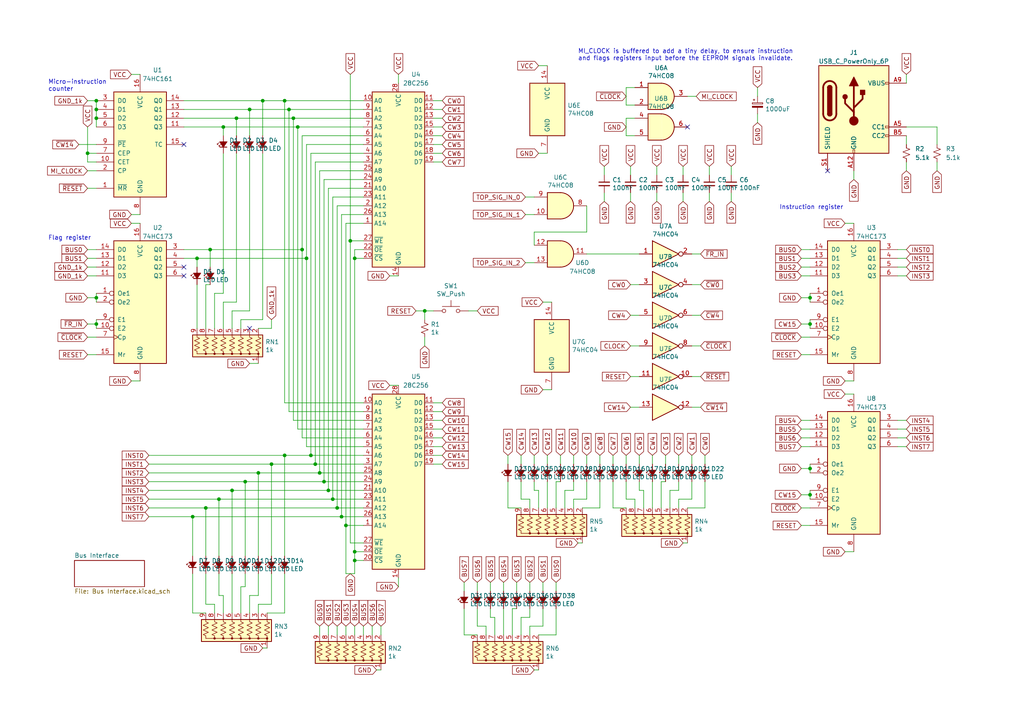
<source format=kicad_sch>
(kicad_sch (version 20230121) (generator eeschema)
  (paper "A4")
  (junction (at 55.88 149.86))
  (junction (at 102.87 74.93))
  (junction (at 27.94 34.29))
  (junction (at 97.79 147.32))
  (junction (at 234.95 135.89))
  (junction (at 71.12 139.7))
  (junction (at 86.36 36.83))
  (junction (at 59.69 147.32))
  (junction (at 90.17 132.08))
  (junction (at 91.44 134.62))
  (junction (at 102.87 160.02))
  (junction (at 88.9 74.93))
  (junction (at 96.52 144.78))
  (junction (at 27.94 93.98))
  (junction (at 102.87 162.56))
  (junction (at 85.09 34.29))
  (junction (at 87.63 72.39))
  (junction (at 234.95 93.98))
  (junction (at 92.71 137.16))
  (junction (at 95.25 142.24))
  (junction (at 83.82 31.75))
  (junction (at 78.74 134.62))
  (junction (at 76.2 29.21))
  (junction (at 234.95 143.51))
  (junction (at 67.31 142.24))
  (junction (at 68.58 34.29))
  (junction (at 74.93 137.16))
  (junction (at 57.15 74.93))
  (junction (at 82.55 132.08))
  (junction (at 72.39 31.75))
  (junction (at 60.96 72.39))
  (junction (at 63.5 144.78))
  (junction (at 25.4 44.45))
  (junction (at 123.19 90.17))
  (junction (at 27.94 29.21))
  (junction (at 27.94 31.75))
  (junction (at 101.6 69.85))
  (junction (at 100.33 152.4))
  (junction (at 234.95 86.36))
  (junction (at 27.94 86.36))
  (junction (at 99.06 149.86))
  (junction (at 64.77 36.83))
  (junction (at 82.55 29.21))
  (junction (at 93.98 139.7))
  (no_connect (at 53.34 77.47))
  (no_connect (at 53.34 41.91))
  (no_connect (at 72.39 95.25))
  (no_connect (at 53.34 80.01))
  (no_connect (at 240.03 49.53))
  (no_connect (at 199.39 36.83))
  (wire (pts (xy 25.4 44.45) (xy 27.94 44.45)))
  (wire (pts (xy 128.27 36.83) (xy 125.73 36.83)))
  (wire (pts (xy 102.87 181.61) (xy 102.87 184.15)))
  (wire (pts (xy 128.27 124.46) (xy 125.73 124.46)))
  (wire (pts (xy 27.94 95.25) (xy 27.94 93.98)))
  (wire (pts (xy 128.27 46.99) (xy 125.73 46.99)))
  (wire (pts (xy 27.94 29.21) (xy 27.94 31.75)))
  (wire (pts (xy 69.85 92.71) (xy 76.2 92.71)))
  (wire (pts (xy 71.12 170.18) (xy 69.85 170.18)))
  (wire (pts (xy 170.18 73.66) (xy 185.42 73.66)))
  (wire (pts (xy 182.88 109.22) (xy 185.42 109.22)))
  (wire (pts (xy 143.51 179.07) (xy 142.24 179.07)))
  (wire (pts (xy 198.12 58.42) (xy 198.12 55.88)))
  (wire (pts (xy 25.4 44.45) (xy 25.4 36.83)))
  (wire (pts (xy 74.93 175.26) (xy 74.93 177.8)))
  (wire (pts (xy 140.97 181.61) (xy 140.97 184.15)))
  (wire (pts (xy 25.4 77.47) (xy 27.94 77.47)))
  (wire (pts (xy 64.77 36.83) (xy 86.36 36.83)))
  (wire (pts (xy 92.71 49.53) (xy 92.71 137.16)))
  (wire (pts (xy 232.41 74.93) (xy 234.95 74.93)))
  (wire (pts (xy 105.41 44.45) (xy 90.17 44.45)))
  (wire (pts (xy 101.6 69.85) (xy 101.6 157.48)))
  (wire (pts (xy 105.41 54.61) (xy 95.25 54.61)))
  (wire (pts (xy 196.85 139.7) (xy 196.85 142.24)))
  (wire (pts (xy 55.88 177.8) (xy 59.69 177.8)))
  (wire (pts (xy 115.57 170.18) (xy 115.57 167.64)))
  (wire (pts (xy 151.13 139.7) (xy 151.13 144.78)))
  (wire (pts (xy 161.29 171.45) (xy 161.29 168.91)))
  (wire (pts (xy 203.2 91.44) (xy 200.66 91.44)))
  (wire (pts (xy 68.58 44.45) (xy 68.58 87.63)))
  (wire (pts (xy 163.83 142.24) (xy 163.83 147.32)))
  (wire (pts (xy 201.93 27.94) (xy 199.39 27.94)))
  (wire (pts (xy 105.41 129.54) (xy 88.9 129.54)))
  (wire (pts (xy 67.31 142.24) (xy 95.25 142.24)))
  (wire (pts (xy 123.19 90.17) (xy 123.19 92.71)))
  (wire (pts (xy 105.41 74.93) (xy 102.87 74.93)))
  (wire (pts (xy 93.98 52.07) (xy 105.41 52.07)))
  (wire (pts (xy 245.11 64.77) (xy 247.65 64.77)))
  (wire (pts (xy 262.89 72.39) (xy 260.35 72.39)))
  (wire (pts (xy 105.41 116.84) (xy 82.55 116.84)))
  (wire (pts (xy 175.26 50.8) (xy 175.26 48.26)))
  (wire (pts (xy 262.89 36.83) (xy 271.78 36.83)))
  (wire (pts (xy 191.77 139.7) (xy 191.77 147.32)))
  (wire (pts (xy 219.71 27.94) (xy 219.71 25.4)))
  (wire (pts (xy 82.55 29.21) (xy 82.55 116.84)))
  (wire (pts (xy 105.41 64.77) (xy 100.33 64.77)))
  (wire (pts (xy 128.27 129.54) (xy 125.73 129.54)))
  (wire (pts (xy 100.33 152.4) (xy 105.41 152.4)))
  (wire (pts (xy 99.06 62.23) (xy 99.06 149.86)))
  (wire (pts (xy 71.12 166.37) (xy 71.12 170.18)))
  (wire (pts (xy 189.23 134.62) (xy 189.23 132.08)))
  (wire (pts (xy 181.61 25.4) (xy 181.61 30.48)))
  (wire (pts (xy 72.39 31.75) (xy 83.82 31.75)))
  (wire (pts (xy 25.4 72.39) (xy 27.94 72.39)))
  (wire (pts (xy 69.85 170.18) (xy 69.85 177.8)))
  (wire (pts (xy 95.25 181.61) (xy 95.25 184.15)))
  (wire (pts (xy 232.41 127) (xy 234.95 127)))
  (wire (pts (xy 260.35 74.93) (xy 262.89 74.93)))
  (wire (pts (xy 200.66 134.62) (xy 200.66 132.08)))
  (wire (pts (xy 74.93 166.37) (xy 74.93 172.72)))
  (wire (pts (xy 43.18 144.78) (xy 63.5 144.78)))
  (wire (pts (xy 156.21 44.45) (xy 158.75 44.45)))
  (wire (pts (xy 105.41 124.46) (xy 86.36 124.46)))
  (wire (pts (xy 170.18 67.31) (xy 154.94 67.31)))
  (wire (pts (xy 67.31 166.37) (xy 67.31 177.8)))
  (wire (pts (xy 149.86 171.45) (xy 149.86 168.91)))
  (wire (pts (xy 78.74 95.25) (xy 78.74 92.71)))
  (wire (pts (xy 177.8 147.32) (xy 181.61 147.32)))
  (wire (pts (xy 161.29 184.15) (xy 156.21 184.15)))
  (wire (pts (xy 92.71 181.61) (xy 92.71 184.15)))
  (wire (pts (xy 185.42 134.62) (xy 185.42 132.08)))
  (wire (pts (xy 25.4 97.79) (xy 27.94 97.79)))
  (wire (pts (xy 260.35 80.01) (xy 262.89 80.01)))
  (wire (pts (xy 128.27 44.45) (xy 125.73 44.45)))
  (wire (pts (xy 138.43 181.61) (xy 140.97 181.61)))
  (wire (pts (xy 203.2 82.55) (xy 200.66 82.55)))
  (wire (pts (xy 72.39 105.41) (xy 74.93 105.41)))
  (wire (pts (xy 153.67 144.78) (xy 153.67 147.32)))
  (wire (pts (xy 181.61 34.29) (xy 184.15 34.29)))
  (wire (pts (xy 97.79 181.61) (xy 97.79 184.15)))
  (wire (pts (xy 205.74 50.8) (xy 205.74 48.26)))
  (wire (pts (xy 82.55 177.8) (xy 77.47 177.8)))
  (wire (pts (xy 234.95 85.09) (xy 234.95 86.36)))
  (wire (pts (xy 198.12 157.48) (xy 199.39 157.48)))
  (wire (pts (xy 71.12 139.7) (xy 71.12 161.29)))
  (wire (pts (xy 152.4 57.15) (xy 154.94 57.15)))
  (wire (pts (xy 105.41 181.61) (xy 105.41 184.15)))
  (wire (pts (xy 181.61 30.48) (xy 184.15 30.48)))
  (wire (pts (xy 181.61 34.29) (xy 181.61 39.37)))
  (wire (pts (xy 157.48 87.63) (xy 160.02 87.63)))
  (wire (pts (xy 110.49 181.61) (xy 110.49 184.15)))
  (wire (pts (xy 170.18 59.69) (xy 170.18 67.31)))
  (wire (pts (xy 55.88 166.37) (xy 55.88 177.8)))
  (wire (pts (xy 167.64 157.48) (xy 168.91 157.48)))
  (wire (pts (xy 232.41 152.4) (xy 234.95 152.4)))
  (wire (pts (xy 38.1 21.59) (xy 40.64 21.59)))
  (wire (pts (xy 91.44 46.99) (xy 91.44 134.62)))
  (wire (pts (xy 212.09 58.42) (xy 212.09 55.88)))
  (wire (pts (xy 62.23 175.26) (xy 62.23 177.8)))
  (wire (pts (xy 25.4 86.36) (xy 27.94 86.36)))
  (wire (pts (xy 128.27 29.21) (xy 125.73 29.21)))
  (wire (pts (xy 87.63 72.39) (xy 87.63 127)))
  (wire (pts (xy 43.18 147.32) (xy 59.69 147.32)))
  (wire (pts (xy 232.41 72.39) (xy 234.95 72.39)))
  (wire (pts (xy 173.99 147.32) (xy 168.91 147.32)))
  (wire (pts (xy 105.41 160.02) (xy 102.87 160.02)))
  (wire (pts (xy 203.2 100.33) (xy 200.66 100.33)))
  (wire (pts (xy 147.32 147.32) (xy 151.13 147.32)))
  (wire (pts (xy 170.18 134.62) (xy 170.18 132.08)))
  (wire (pts (xy 198.12 50.8) (xy 198.12 48.26)))
  (wire (pts (xy 204.47 139.7) (xy 204.47 147.32)))
  (wire (pts (xy 92.71 137.16) (xy 74.93 137.16)))
  (wire (pts (xy 82.55 132.08) (xy 90.17 132.08)))
  (wire (pts (xy 93.98 52.07) (xy 93.98 139.7)))
  (wire (pts (xy 186.69 142.24) (xy 185.42 142.24)))
  (wire (pts (xy 234.95 134.62) (xy 234.95 135.89)))
  (wire (pts (xy 105.41 144.78) (xy 96.52 144.78)))
  (wire (pts (xy 55.88 149.86) (xy 99.06 149.86)))
  (wire (pts (xy 74.93 95.25) (xy 78.74 95.25)))
  (wire (pts (xy 105.41 157.48) (xy 101.6 157.48)))
  (wire (pts (xy 173.99 134.62) (xy 173.99 132.08)))
  (wire (pts (xy 190.5 58.42) (xy 190.5 55.88)))
  (wire (pts (xy 166.37 134.62) (xy 166.37 132.08)))
  (wire (pts (xy 95.25 142.24) (xy 105.41 142.24)))
  (wire (pts (xy 151.13 134.62) (xy 151.13 132.08)))
  (wire (pts (xy 162.56 134.62) (xy 162.56 132.08)))
  (wire (pts (xy 69.85 95.25) (xy 69.85 92.71)))
  (wire (pts (xy 43.18 139.7) (xy 71.12 139.7)))
  (wire (pts (xy 27.94 86.36) (xy 27.94 85.09)))
  (wire (pts (xy 100.33 166.37) (xy 102.87 166.37)))
  (wire (pts (xy 260.35 124.46) (xy 262.89 124.46)))
  (wire (pts (xy 232.41 124.46) (xy 234.95 124.46)))
  (wire (pts (xy 138.43 176.53) (xy 138.43 181.61)))
  (wire (pts (xy 186.69 147.32) (xy 186.69 142.24)))
  (wire (pts (xy 152.4 62.23) (xy 154.94 62.23)))
  (wire (pts (xy 200.66 139.7) (xy 200.66 144.78)))
  (wire (pts (xy 25.4 54.61) (xy 27.94 54.61)))
  (wire (pts (xy 88.9 41.91) (xy 105.41 41.91)))
  (wire (pts (xy 97.79 59.69) (xy 97.79 147.32)))
  (wire (pts (xy 181.61 134.62) (xy 181.61 132.08)))
  (wire (pts (xy 120.65 90.17) (xy 123.19 90.17)))
  (wire (pts (xy 95.25 54.61) (xy 95.25 142.24)))
  (wire (pts (xy 22.86 41.91) (xy 27.94 41.91)))
  (wire (pts (xy 262.89 46.99) (xy 262.89 49.53)))
  (wire (pts (xy 154.94 139.7) (xy 154.94 142.24)))
  (wire (pts (xy 78.74 166.37) (xy 78.74 175.26)))
  (wire (pts (xy 53.34 34.29) (xy 68.58 34.29)))
  (wire (pts (xy 182.88 82.55) (xy 185.42 82.55)))
  (wire (pts (xy 63.5 144.78) (xy 63.5 161.29)))
  (wire (pts (xy 128.27 121.92) (xy 125.73 121.92)))
  (wire (pts (xy 190.5 50.8) (xy 190.5 48.26)))
  (wire (pts (xy 105.41 49.53) (xy 92.71 49.53)))
  (wire (pts (xy 166.37 142.24) (xy 163.83 142.24)))
  (wire (pts (xy 87.63 39.37) (xy 105.41 39.37)))
  (wire (pts (xy 83.82 31.75) (xy 83.82 119.38)))
  (wire (pts (xy 113.03 80.01) (xy 115.57 80.01)))
  (wire (pts (xy 43.18 132.08) (xy 82.55 132.08)))
  (wire (pts (xy 25.4 44.45) (xy 25.4 46.99)))
  (wire (pts (xy 182.88 50.8) (xy 182.88 48.26)))
  (wire (pts (xy 247.65 52.07) (xy 247.65 49.53)))
  (wire (pts (xy 128.27 34.29) (xy 125.73 34.29)))
  (wire (pts (xy 151.13 144.78) (xy 153.67 144.78)))
  (wire (pts (xy 64.77 172.72) (xy 63.5 172.72)))
  (wire (pts (xy 181.61 139.7) (xy 181.61 144.78)))
  (wire (pts (xy 142.24 176.53) (xy 142.24 179.07)))
  (wire (pts (xy 128.27 39.37) (xy 125.73 39.37)))
  (wire (pts (xy 166.37 139.7) (xy 166.37 142.24)))
  (wire (pts (xy 100.33 152.4) (xy 100.33 166.37)))
  (wire (pts (xy 182.88 91.44) (xy 185.42 91.44)))
  (wire (pts (xy 43.18 149.86) (xy 55.88 149.86)))
  (wire (pts (xy 72.39 44.45) (xy 72.39 90.17)))
  (wire (pts (xy 96.52 57.15) (xy 105.41 57.15)))
  (wire (pts (xy 64.77 44.45) (xy 64.77 85.09)))
  (wire (pts (xy 74.93 137.16) (xy 74.93 161.29)))
  (wire (pts (xy 102.87 74.93) (xy 102.87 160.02)))
  (wire (pts (xy 196.85 144.78) (xy 196.85 147.32)))
  (wire (pts (xy 27.94 31.75) (xy 27.94 34.29)))
  (wire (pts (xy 38.1 110.49) (xy 40.64 110.49)))
  (wire (pts (xy 60.96 82.55) (xy 59.69 82.55)))
  (wire (pts (xy 262.89 21.59) (xy 262.89 24.13)))
  (wire (pts (xy 88.9 74.93) (xy 88.9 129.54)))
  (wire (pts (xy 154.94 67.31) (xy 154.94 71.12)))
  (wire (pts (xy 245.11 114.3) (xy 247.65 114.3)))
  (wire (pts (xy 105.41 62.23) (xy 99.06 62.23)))
  (wire (pts (xy 107.95 181.61) (xy 107.95 184.15)))
  (wire (pts (xy 63.5 166.37) (xy 63.5 172.72)))
  (wire (pts (xy 156.21 19.05) (xy 158.75 19.05)))
  (wire (pts (xy 64.77 95.25) (xy 64.77 87.63)))
  (wire (pts (xy 72.39 39.37) (xy 72.39 31.75)))
  (wire (pts (xy 203.2 118.11) (xy 200.66 118.11)))
  (wire (pts (xy 245.11 110.49) (xy 247.65 110.49)))
  (wire (pts (xy 67.31 90.17) (xy 67.31 95.25)))
  (wire (pts (xy 181.61 25.4) (xy 184.15 25.4)))
  (wire (pts (xy 262.89 39.37) (xy 262.89 41.91)))
  (wire (pts (xy 154.94 134.62) (xy 154.94 132.08)))
  (wire (pts (xy 59.69 175.26) (xy 62.23 175.26)))
  (wire (pts (xy 85.09 34.29) (xy 105.41 34.29)))
  (wire (pts (xy 82.55 29.21) (xy 105.41 29.21)))
  (wire (pts (xy 154.94 76.2) (xy 152.4 76.2)))
  (wire (pts (xy 232.41 97.79) (xy 234.95 97.79)))
  (wire (pts (xy 76.2 44.45) (xy 76.2 92.71)))
  (wire (pts (xy 157.48 176.53) (xy 157.48 181.61)))
  (wire (pts (xy 101.6 69.85) (xy 105.41 69.85)))
  (wire (pts (xy 68.58 34.29) (xy 85.09 34.29)))
  (wire (pts (xy 232.41 143.51) (xy 234.95 143.51)))
  (wire (pts (xy 102.87 72.39) (xy 102.87 74.93)))
  (wire (pts (xy 142.24 171.45) (xy 142.24 168.91)))
  (wire (pts (xy 260.35 121.92) (xy 262.89 121.92)))
  (wire (pts (xy 102.87 162.56) (xy 102.87 166.37)))
  (wire (pts (xy 105.41 162.56) (xy 102.87 162.56)))
  (wire (pts (xy 204.47 134.62) (xy 204.47 132.08)))
  (wire (pts (xy 105.41 121.92) (xy 85.09 121.92)))
  (wire (pts (xy 234.95 142.24) (xy 234.95 143.51)))
  (wire (pts (xy 173.99 139.7) (xy 173.99 147.32)))
  (wire (pts (xy 234.95 92.71) (xy 234.95 93.98)))
  (wire (pts (xy 74.93 172.72) (xy 72.39 172.72)))
  (wire (pts (xy 161.29 176.53) (xy 161.29 184.15)))
  (wire (pts (xy 57.15 74.93) (xy 88.9 74.93)))
  (wire (pts (xy 182.88 58.42) (xy 182.88 55.88)))
  (wire (pts (xy 203.2 73.66) (xy 200.66 73.66)))
  (wire (pts (xy 78.74 175.26) (xy 74.93 175.26)))
  (wire (pts (xy 92.71 137.16) (xy 105.41 137.16)))
  (wire (pts (xy 43.18 137.16) (xy 74.93 137.16)))
  (wire (pts (xy 138.43 171.45) (xy 138.43 168.91)))
  (wire (pts (xy 76.2 187.96) (xy 77.47 187.96)))
  (wire (pts (xy 82.55 166.37) (xy 82.55 177.8)))
  (wire (pts (xy 85.09 34.29) (xy 85.09 121.92)))
  (wire (pts (xy 62.23 85.09) (xy 64.77 85.09)))
  (wire (pts (xy 83.82 119.38) (xy 105.41 119.38)))
  (wire (pts (xy 147.32 139.7) (xy 147.32 147.32)))
  (wire (pts (xy 143.51 184.15) (xy 143.51 179.07)))
  (wire (pts (xy 161.29 139.7) (xy 161.29 147.32)))
  (wire (pts (xy 128.27 132.08) (xy 125.73 132.08)))
  (wire (pts (xy 162.56 139.7) (xy 161.29 139.7)))
  (wire (pts (xy 102.87 160.02) (xy 102.87 162.56)))
  (wire (pts (xy 232.41 129.54) (xy 234.95 129.54)))
  (wire (pts (xy 153.67 179.07) (xy 151.13 179.07)))
  (wire (pts (xy 232.41 121.92) (xy 234.95 121.92)))
  (wire (pts (xy 153.67 171.45) (xy 153.67 168.91)))
  (wire (pts (xy 99.06 149.86) (xy 105.41 149.86)))
  (wire (pts (xy 27.94 93.98) (xy 27.94 92.71)))
  (wire (pts (xy 62.23 95.25) (xy 62.23 85.09)))
  (wire (pts (xy 43.18 142.24) (xy 67.31 142.24)))
  (wire (pts (xy 177.8 134.62) (xy 177.8 132.08)))
  (wire (pts (xy 153.67 176.53) (xy 153.67 179.07)))
  (wire (pts (xy 82.55 132.08) (xy 82.55 161.29)))
  (wire (pts (xy 181.61 39.37) (xy 184.15 39.37)))
  (wire (pts (xy 134.62 171.45) (xy 134.62 168.91)))
  (wire (pts (xy 57.15 82.55) (xy 57.15 95.25)))
  (wire (pts (xy 78.74 134.62) (xy 78.74 161.29)))
  (wire (pts (xy 170.18 144.78) (xy 166.37 144.78)))
  (wire (pts (xy 170.18 139.7) (xy 170.18 144.78)))
  (wire (pts (xy 151.13 179.07) (xy 151.13 184.15)))
  (wire (pts (xy 175.26 58.42) (xy 175.26 55.88)))
  (wire (pts (xy 271.78 36.83) (xy 271.78 41.91)))
  (wire (pts (xy 134.62 184.15) (xy 138.43 184.15)))
  (wire (pts (xy 245.11 160.02) (xy 247.65 160.02)))
  (wire (pts (xy 148.59 176.53) (xy 148.59 184.15)))
  (wire (pts (xy 181.61 144.78) (xy 184.15 144.78)))
  (wire (pts (xy 260.35 127) (xy 262.89 127)))
  (wire (pts (xy 232.41 135.89) (xy 234.95 135.89)))
  (wire (pts (xy 193.04 139.7) (xy 191.77 139.7)))
  (wire (pts (xy 184.15 144.78) (xy 184.15 147.32)))
  (wire (pts (xy 97.79 147.32) (xy 105.41 147.32)))
  (wire (pts (xy 212.09 50.8) (xy 212.09 48.26)))
  (wire (pts (xy 232.41 102.87) (xy 234.95 102.87)))
  (wire (pts (xy 76.2 29.21) (xy 82.55 29.21)))
  (wire (pts (xy 43.18 134.62) (xy 78.74 134.62)))
  (wire (pts (xy 157.48 171.45) (xy 157.48 168.91)))
  (wire (pts (xy 196.85 134.62) (xy 196.85 132.08)))
  (wire (pts (xy 157.48 181.61) (xy 153.67 181.61)))
  (wire (pts (xy 194.31 142.24) (xy 194.31 147.32)))
  (wire (pts (xy 109.22 194.31) (xy 110.49 194.31)))
  (wire (pts (xy 234.95 135.89) (xy 234.95 137.16)))
  (wire (pts (xy 53.34 31.75) (xy 72.39 31.75)))
  (wire (pts (xy 63.5 144.78) (xy 96.52 144.78)))
  (wire (pts (xy 128.27 31.75) (xy 125.73 31.75)))
  (wire (pts (xy 153.67 181.61) (xy 153.67 184.15)))
  (wire (pts (xy 25.4 29.21) (xy 27.94 29.21)))
  (wire (pts (xy 146.05 176.53) (xy 146.05 184.15)))
  (wire (pts (xy 260.35 129.54) (xy 262.89 129.54)))
  (wire (pts (xy 234.95 86.36) (xy 234.95 87.63)))
  (wire (pts (xy 105.41 72.39) (xy 102.87 72.39)))
  (wire (pts (xy 105.41 134.62) (xy 91.44 134.62)))
  (wire (pts (xy 182.88 100.33) (xy 185.42 100.33)))
  (wire (pts (xy 59.69 82.55) (xy 59.69 95.25)))
  (wire (pts (xy 64.77 39.37) (xy 64.77 36.83)))
  (wire (pts (xy 53.34 36.83) (xy 64.77 36.83)))
  (wire (pts (xy 146.05 171.45) (xy 146.05 168.91)))
  (wire (pts (xy 123.19 100.33) (xy 123.19 97.79)))
  (wire (pts (xy 260.35 77.47) (xy 262.89 77.47)))
  (wire (pts (xy 25.4 46.99) (xy 27.94 46.99)))
  (wire (pts (xy 90.17 132.08) (xy 105.41 132.08)))
  (wire (pts (xy 196.85 142.24) (xy 194.31 142.24)))
  (wire (pts (xy 128.27 41.91) (xy 125.73 41.91)))
  (wire (pts (xy 86.36 36.83) (xy 86.36 124.46)))
  (wire (pts (xy 147.32 134.62) (xy 147.32 132.08)))
  (wire (pts (xy 78.74 134.62) (xy 91.44 134.62)))
  (wire (pts (xy 90.17 44.45) (xy 90.17 132.08)))
  (wire (pts (xy 71.12 139.7) (xy 93.98 139.7)))
  (wire (pts (xy 203.2 109.22) (xy 200.66 109.22)))
  (wire (pts (xy 232.41 77.47) (xy 234.95 77.47)))
  (wire (pts (xy 105.41 127) (xy 87.63 127)))
  (wire (pts (xy 123.19 90.17) (xy 125.73 90.17)))
  (wire (pts (xy 105.41 31.75) (xy 83.82 31.75)))
  (wire (pts (xy 55.88 149.86) (xy 55.88 161.29)))
  (wire (pts (xy 157.48 113.03) (xy 160.02 113.03)))
  (wire (pts (xy 27.94 49.53) (xy 25.4 49.53)))
  (wire (pts (xy 185.42 139.7) (xy 185.42 142.24)))
  (wire (pts (xy 271.78 46.99) (xy 271.78 49.53)))
  (wire (pts (xy 156.21 147.32) (xy 156.21 142.24)))
  (wire (pts (xy 64.77 177.8) (xy 64.77 172.72)))
  (wire (pts (xy 88.9 41.91) (xy 88.9 74.93)))
  (wire (pts (xy 182.88 118.11) (xy 185.42 118.11)))
  (wire (pts (xy 27.94 87.63) (xy 27.94 86.36)))
  (wire (pts (xy 154.94 194.31) (xy 156.21 194.31)))
  (wire (pts (xy 115.57 21.59) (xy 115.57 24.13)))
  (wire (pts (xy 128.27 119.38) (xy 125.73 119.38)))
  (wire (pts (xy 234.95 93.98) (xy 234.95 95.25)))
  (wire (pts (xy 53.34 74.93) (xy 57.15 74.93)))
  (wire (pts (xy 113.03 111.76) (xy 115.57 111.76)))
  (wire (pts (xy 76.2 39.37) (xy 76.2 29.21)))
  (wire (pts (xy 91.44 46.99) (xy 105.41 46.99)))
  (wire (pts (xy 60.96 72.39) (xy 87.63 72.39)))
  (wire (pts (xy 59.69 166.37) (xy 59.69 175.26)))
  (wire (pts (xy 138.43 90.17) (xy 135.89 90.17)))
  (wire (pts (xy 234.95 143.51) (xy 234.95 144.78)))
  (wire (pts (xy 134.62 176.53) (xy 134.62 184.15)))
  (wire (pts (xy 53.34 72.39) (xy 60.96 72.39)))
  (wire (pts (xy 25.4 74.93) (xy 27.94 74.93)))
  (wire (pts (xy 25.4 80.01) (xy 27.94 80.01)))
  (wire (pts (xy 96.52 57.15) (xy 96.52 144.78)))
  (wire (pts (xy 205.74 58.42) (xy 205.74 55.88)))
  (wire (pts (xy 166.37 144.78) (xy 166.37 147.32)))
  (wire (pts (xy 67.31 142.24) (xy 67.31 161.29)))
  (wire (pts (xy 177.8 139.7) (xy 177.8 147.32)))
  (wire (pts (xy 105.41 139.7) (xy 93.98 139.7)))
  (wire (pts (xy 60.96 72.39) (xy 60.96 77.47)))
  (wire (pts (xy 232.41 86.36) (xy 234.95 86.36)))
  (wire (pts (xy 27.94 93.98) (xy 25.4 93.98)))
  (wire (pts (xy 149.86 176.53) (xy 148.59 176.53)))
  (wire (pts (xy 128.27 116.84) (xy 125.73 116.84)))
  (wire (pts (xy 156.21 142.24) (xy 154.94 142.24)))
  (wire (pts (xy 100.33 181.61) (xy 100.33 184.15)))
  (wire (pts (xy 38.1 64.77) (xy 40.64 64.77)))
  (wire (pts (xy 72.39 90.17) (xy 67.31 90.17)))
  (wire (pts (xy 64.77 87.63) (xy 68.58 87.63)))
  (wire (pts (xy 59.69 147.32) (xy 97.79 147.32)))
  (wire (pts (xy 68.58 34.29) (xy 68.58 39.37)))
  (wire (pts (xy 101.6 69.85) (xy 101.6 21.59)))
  (wire (pts (xy 189.23 139.7) (xy 189.23 147.32)))
  (wire (pts (xy 87.63 39.37) (xy 87.63 72.39)))
  (wire (pts (xy 158.75 139.7) (xy 158.75 147.32)))
  (wire (pts (xy 27.94 34.29) (xy 27.94 36.83)))
  (wire (pts (xy 128.27 134.62) (xy 125.73 134.62)))
  (wire (pts (xy 86.36 36.83) (xy 105.41 36.83)))
  (wire (pts (xy 105.41 59.69) (xy 97.79 59.69)))
  (wire (pts (xy 72.39 172.72) (xy 72.39 177.8)))
  (wire (pts (xy 100.33 64.77) (xy 100.33 152.4)))
  (wire (pts (xy 204.47 147.32) (xy 199.39 147.32)))
  (wire (pts (xy 232.41 93.98) (xy 234.95 93.98)))
  (wire (pts (xy 128.27 127) (xy 125.73 127)))
  (wire (pts (xy 200.66 144.78) (xy 196.85 144.78)))
  (wire (pts (xy 158.75 134.62) (xy 158.75 132.08)))
  (wire (pts (xy 38.1 62.23) (xy 40.64 62.23)))
  (wire (pts (xy 219.71 35.56) (xy 219.71 33.02)))
  (wire (pts (xy 57.15 74.93) (xy 57.15 77.47)))
  (wire (pts (xy 59.69 147.32) (xy 59.69 161.29)))
  (wire (pts (xy 53.34 29.21) (xy 76.2 29.21)))
  (wire (pts (xy 232.41 147.32) (xy 234.95 147.32)))
  (wire (pts (xy 232.41 80.01) (xy 234.95 80.01)))
  (wire (pts (xy 25.4 102.87) (xy 27.94 102.87)))
  (wire (pts (xy 193.04 134.62) (xy 193.04 132.08)))
  (text "Micro-instruction\ncounter" (at 13.97 26.67 0) (effects (font (size 1.27 1.27)) (justify left bottom)))
  (text "MI_CLOCK is buffered to add a tiny delay, to ensure instruction\nand flags registers input before the EEPROM signals invalidate." (at 167.64 17.78 0) (effects (font (size 1.27 1.27)) (justify left bottom)))
  (text "Flag register" (at 13.97 69.85 0) (effects (font (size 1.27 1.27)) (justify left bottom)))
  (text "Instruction register" (at 226.06 60.96 0) (effects (font (size 1.27 1.27)) (justify left bottom)))
  (global_label "VCC" (shape input) (at 101.6 21.59 90) (property "Intersheetrefs" "${INTERSHEET_REFS}" (effects hide)))
  (global_label "CW6" (shape input) (at 181.61 132.08 90) (property "Intersheetrefs" "${INTERSHEET_REFS}" (effects hide)))
  (global_label "GND" (shape input) (at 181.61 36.83 180) (property "Intersheetrefs" "${INTERSHEET_REFS}" (effects hide)))
  (global_label "CW0" (shape input) (at 182.88 82.55 180) (property "Intersheetrefs" "${INTERSHEET_REFS}" (effects hide)))
  (global_label "CW3" (shape input) (at 193.04 132.08 90) (property "Intersheetrefs" "${INTERSHEET_REFS}" (effects hide)))
  (global_label "CW14" (shape input) (at 182.88 118.11 180) (property "Intersheetrefs" "${INTERSHEET_REFS}" (effects hide)))
  (global_label "VCC" (shape input) (at 262.89 21.59 90) (property "Intersheetrefs" "${INTERSHEET_REFS}" (effects hide)))
  (global_label "BUS7" (shape input) (at 232.41 129.54 180) (property "Intersheetrefs" "${INTERSHEET_REFS}" (effects hide)))
  (global_label "BUS4" (shape input) (at 146.05 168.91 90) (property "Intersheetrefs" "${INTERSHEET_REFS}" (effects hide)))
  (global_label "CW12" (shape input) (at 158.75 132.08 90) (property "Intersheetrefs" "${INTERSHEET_REFS}" (effects hide)))
  (global_label "GND" (shape input) (at 76.2 187.96 180) (property "Intersheetrefs" "${INTERSHEET_REFS}" (effects hide)))
  (global_label "MI_CLOCK" (shape input) (at 201.93 27.94 0) (property "Intersheetrefs" "${INTERSHEET_REFS}" (effects hide)))
  (global_label "GND" (shape input) (at 205.74 58.42 270) (property "Intersheetrefs" "${INTERSHEET_REFS}" (effects hide)))
  (global_label "GND" (shape input) (at 38.1 110.49 180) (property "Intersheetrefs" "${INTERSHEET_REFS}" (effects hide)))
  (global_label "CW10" (shape input) (at 128.27 121.92 0) (property "Intersheetrefs" "${INTERSHEET_REFS}" (effects hide)))
  (global_label "GND" (shape input) (at 232.41 135.89 180) (property "Intersheetrefs" "${INTERSHEET_REFS}" (effects hide)))
  (global_label "~{CLOCK}" (shape input) (at 181.61 27.94 180) (property "Intersheetrefs" "${INTERSHEET_REFS}" (effects hide)))
  (global_label "~{CLOCK}" (shape input) (at 232.41 97.79 180) (property "Intersheetrefs" "${INTERSHEET_REFS}" (effects hide)))
  (global_label "BUS2" (shape input) (at 232.41 77.47 180) (property "Intersheetrefs" "${INTERSHEET_REFS}" (effects hide)))
  (global_label "GND" (shape input) (at 123.19 100.33 270) (property "Intersheetrefs" "${INTERSHEET_REFS}" (effects hide)))
  (global_label "VCC" (shape input) (at 25.4 36.83 90) (property "Intersheetrefs" "${INTERSHEET_REFS}" (effects hide)))
  (global_label "CW4" (shape input) (at 189.23 132.08 90) (property "Intersheetrefs" "${INTERSHEET_REFS}" (effects hide)))
  (global_label "VCC" (shape input) (at 182.88 48.26 90) (property "Intersheetrefs" "${INTERSHEET_REFS}" (effects hide)))
  (global_label "BUS3" (shape input) (at 149.86 168.91 90) (property "Intersheetrefs" "${INTERSHEET_REFS}" (effects hide)))
  (global_label "~{CW0}" (shape input) (at 203.2 82.55 0) (property "Intersheetrefs" "${INTERSHEET_REFS}" (effects hide)))
  (global_label "VCC" (shape input) (at 190.5 48.26 90) (property "Intersheetrefs" "${INTERSHEET_REFS}" (effects hide)))
  (global_label "RESET" (shape input) (at 232.41 102.87 180) (property "Intersheetrefs" "${INTERSHEET_REFS}" (effects hide)))
  (global_label "CW2" (shape input) (at 128.27 34.29 0) (property "Intersheetrefs" "${INTERSHEET_REFS}" (effects hide)))
  (global_label "INST5" (shape input) (at 43.18 144.78 180) (property "Intersheetrefs" "${INTERSHEET_REFS}" (effects hide)))
  (global_label "GND" (shape input) (at 245.11 160.02 180) (property "Intersheetrefs" "${INTERSHEET_REFS}" (effects hide)))
  (global_label "VCC" (shape input) (at 113.03 111.76 180) (property "Intersheetrefs" "${INTERSHEET_REFS}" (effects hide)))
  (global_label "GND" (shape input) (at 115.57 170.18 180) (property "Intersheetrefs" "${INTERSHEET_REFS}" (effects hide)))
  (global_label "RESET" (shape input) (at 120.65 90.17 180) (property "Intersheetrefs" "${INTERSHEET_REFS}" (effects hide)))
  (global_label "BUS3" (shape input) (at 232.41 80.01 180) (property "Intersheetrefs" "${INTERSHEET_REFS}" (effects hide)))
  (global_label "VCC" (shape input) (at 175.26 48.26 90) (property "Intersheetrefs" "${INTERSHEET_REFS}" (effects hide)))
  (global_label "GND" (shape input) (at 182.88 58.42 270) (property "Intersheetrefs" "${INTERSHEET_REFS}" (effects hide)))
  (global_label "GND" (shape input) (at 271.78 49.53 270) (property "Intersheetrefs" "${INTERSHEET_REFS}" (effects hide)))
  (global_label "CW8" (shape input) (at 173.99 132.08 90) (property "Intersheetrefs" "${INTERSHEET_REFS}" (effects hide)))
  (global_label "~{CLOCK}" (shape input) (at 232.41 147.32 180) (property "Intersheetrefs" "${INTERSHEET_REFS}" (effects hide)))
  (global_label "BUS0" (shape input) (at 92.71 181.61 90) (property "Intersheetrefs" "${INTERSHEET_REFS}" (effects hide)))
  (global_label "INST5" (shape input) (at 262.89 124.46 0) (property "Intersheetrefs" "${INTERSHEET_REFS}" (effects hide)))
  (global_label "~{CW14}" (shape input) (at 203.2 118.11 0) (property "Intersheetrefs" "${INTERSHEET_REFS}" (effects hide)))
  (global_label "CW1" (shape input) (at 128.27 31.75 0) (property "Intersheetrefs" "${INTERSHEET_REFS}" (effects hide)))
  (global_label "GND_1k" (shape input) (at 25.4 29.21 180) (property "Intersheetrefs" "${INTERSHEET_REFS}" (effects hide)))
  (global_label "GND" (shape input) (at 212.09 58.42 270) (property "Intersheetrefs" "${INTERSHEET_REFS}" (effects hide)))
  (global_label "VCC" (shape input) (at 205.74 48.26 90) (property "Intersheetrefs" "${INTERSHEET_REFS}" (effects hide)))
  (global_label "BUS5" (shape input) (at 105.41 181.61 90) (property "Intersheetrefs" "${INTERSHEET_REFS}" (effects hide)))
  (global_label "CW6" (shape input) (at 128.27 44.45 0) (property "Intersheetrefs" "${INTERSHEET_REFS}" (effects hide)))
  (global_label "GND" (shape input) (at 245.11 110.49 180) (property "Intersheetrefs" "${INTERSHEET_REFS}" (effects hide)))
  (global_label "CW7" (shape input) (at 128.27 46.99 0) (property "Intersheetrefs" "${INTERSHEET_REFS}" (effects hide)))
  (global_label "INST7" (shape input) (at 43.18 149.86 180) (property "Intersheetrefs" "${INTERSHEET_REFS}" (effects hide)))
  (global_label "~{FR_IN}" (shape input) (at 25.4 93.98 180) (property "Intersheetrefs" "${INTERSHEET_REFS}" (effects hide)))
  (global_label "CW7" (shape input) (at 177.8 132.08 90) (property "Intersheetrefs" "${INTERSHEET_REFS}" (effects hide)))
  (global_label "GND" (shape input) (at 72.39 105.41 180) (property "Intersheetrefs" "${INTERSHEET_REFS}" (effects hide)))
  (global_label "INST0" (shape input) (at 262.89 72.39 0) (property "Intersheetrefs" "${INTERSHEET_REFS}" (effects hide)))
  (global_label "GND" (shape input) (at 262.89 49.53 270) (property "Intersheetrefs" "${INTERSHEET_REFS}" (effects hide)))
  (global_label "VCC" (shape input) (at 138.43 90.17 0) (property "Intersheetrefs" "${INTERSHEET_REFS}" (effects hide)))
  (global_label "CW11" (shape input) (at 128.27 124.46 0) (property "Intersheetrefs" "${INTERSHEET_REFS}" (effects hide)))
  (global_label "CW15" (shape input) (at 128.27 134.62 0) (property "Intersheetrefs" "${INTERSHEET_REFS}" (effects hide)))
  (global_label "BUS4" (shape input) (at 232.41 121.92 180) (property "Intersheetrefs" "${INTERSHEET_REFS}" (effects hide)))
  (global_label "~{RESET}" (shape input) (at 203.2 109.22 0) (property "Intersheetrefs" "${INTERSHEET_REFS}" (effects hide)))
  (global_label "INST6" (shape input) (at 262.89 127 0) (property "Intersheetrefs" "${INTERSHEET_REFS}" (effects hide)))
  (global_label "INST7" (shape input) (at 262.89 129.54 0) (property "Intersheetrefs" "${INTERSHEET_REFS}" (effects hide)))
  (global_label "GND" (shape input) (at 198.12 58.42 270) (property "Intersheetrefs" "${INTERSHEET_REFS}" (effects hide)))
  (global_label "BUS6" (shape input) (at 232.41 127 180) (property "Intersheetrefs" "${INTERSHEET_REFS}" (effects hide)))
  (global_label "GND" (shape input) (at 198.12 157.48 180) (property "Intersheetrefs" "${INTERSHEET_REFS}" (effects hide)))
  (global_label "CW9" (shape input) (at 170.18 132.08 90) (property "Intersheetrefs" "${INTERSHEET_REFS}" (effects hide)))
  (global_label "CW13" (shape input) (at 128.27 129.54 0) (property "Intersheetrefs" "${INTERSHEET_REFS}" (effects hide)))
  (global_label "INST4" (shape input) (at 262.89 121.92 0) (property "Intersheetrefs" "${INTERSHEET_REFS}" (effects hide)))
  (global_label "CW15" (shape input) (at 232.41 93.98 180) (property "Intersheetrefs" "${INTERSHEET_REFS}" (effects hide)))
  (global_label "VCC" (shape input) (at 219.71 25.4 90) (property "Intersheetrefs" "${INTERSHEET_REFS}" (effects hide)))
  (global_label "GND" (shape input) (at 175.26 58.42 270) (property "Intersheetrefs" "${INTERSHEET_REFS}" (effects hide)))
  (global_label "GND" (shape input) (at 113.03 80.01 180) (property "Intersheetrefs" "${INTERSHEET_REFS}" (effects hide)))
  (global_label "GND" (shape input) (at 109.22 194.31 180) (property "Intersheetrefs" "${INTERSHEET_REFS}" (effects hide)))
  (global_label "~{CW4}" (shape input) (at 203.2 91.44 0) (property "Intersheetrefs" "${INTERSHEET_REFS}" (effects hide)))
  (global_label "GND" (shape input) (at 190.5 58.42 270) (property "Intersheetrefs" "${INTERSHEET_REFS}" (effects hide)))
  (global_label "BUS2" (shape input) (at 153.67 168.91 90) (property "Intersheetrefs" "${INTERSHEET_REFS}" (effects hide)))
  (global_label "INST3" (shape input) (at 43.18 139.7 180) (property "Intersheetrefs" "${INTERSHEET_REFS}" (effects hide)))
  (global_label "VCC" (shape input) (at 198.12 48.26 90) (property "Intersheetrefs" "${INTERSHEET_REFS}" (effects hide)))
  (global_label "VCC" (shape input) (at 245.11 114.3 180) (property "Intersheetrefs" "${INTERSHEET_REFS}" (effects hide)))
  (global_label "GND_1k" (shape input) (at 78.74 92.71 90) (property "Intersheetrefs" "${INTERSHEET_REFS}" (effects hide)))
  (global_label "GND" (shape input) (at 25.4 86.36 180) (property "Intersheetrefs" "${INTERSHEET_REFS}" (effects hide)))
  (global_label "CW5" (shape input) (at 185.42 132.08 90) (property "Intersheetrefs" "${INTERSHEET_REFS}" (effects hide)))
  (global_label "VCC" (shape input) (at 157.48 87.63 180) (property "Intersheetrefs" "${INTERSHEET_REFS}" (effects hide)))
  (global_label "VCC" (shape input) (at 38.1 64.77 180) (property "Intersheetrefs" "${INTERSHEET_REFS}" (effects hide)))
  (global_label "BUS1" (shape input) (at 25.4 74.93 180) (property "Intersheetrefs" "${INTERSHEET_REFS}" (effects hide)))
  (global_label "RESET" (shape input) (at 25.4 102.87 180) (property "Intersheetrefs" "${INTERSHEET_REFS}" (effects hide)))
  (global_label "BUS1" (shape input) (at 95.25 181.61 90) (property "Intersheetrefs" "${INTERSHEET_REFS}" (effects hide)))
  (global_label "INST6" (shape input) (at 43.18 147.32 180) (property "Intersheetrefs" "${INTERSHEET_REFS}" (effects hide)))
  (global_label "BUS0" (shape input) (at 232.41 72.39 180) (property "Intersheetrefs" "${INTERSHEET_REFS}" (effects hide)))
  (global_label "BUS1" (shape input) (at 157.48 168.91 90) (property "Intersheetrefs" "${INTERSHEET_REFS}" (effects hide)))
  (global_label "RESET" (shape input) (at 182.88 109.22 180) (property "Intersheetrefs" "${INTERSHEET_REFS}" (effects hide)))
  (global_label "CW12" (shape input) (at 128.27 127 0) (property "Intersheetrefs" "${INTERSHEET_REFS}" (effects hide)))
  (global_label "TOP_SIG_IN_0" (shape input) (at 152.4 57.15 180) (property "Intersheetrefs" "${INTERSHEET_REFS}" (effects hide)))
  (global_label "CLOCK" (shape input) (at 182.88 100.33 180) (property "Intersheetrefs" "${INTERSHEET_REFS}" (effects hide)))
  (global_label "INST1" (shape input) (at 43.18 134.62 180) (property "Intersheetrefs" "${INTERSHEET_REFS}" (effects hide)))
  (global_label "INST2" (shape input) (at 43.18 137.16 180) (property "Intersheetrefs" "${INTERSHEET_REFS}" (effects hide)))
  (global_label "~{CW14}" (shape input) (at 22.86 41.91 180) (property "Intersheetrefs" "${INTERSHEET_REFS}" (effects hide)))
  (global_label "TOP_SIG_IN_1" (shape input) (at 152.4 62.23 180) (property "Intersheetrefs" "${INTERSHEET_REFS}" (effects hide)))
  (global_label "INST1" (shape input) (at 262.89 74.93 0) (property "Intersheetrefs" "${INTERSHEET_REFS}" (effects hide)))
  (global_label "BUS2" (shape input) (at 97.79 181.61 90) (property "Intersheetrefs" "${INTERSHEET_REFS}" (effects hide)))
  (global_label "~{RESET}" (shape input) (at 25.4 54.61 180) (property "Intersheetrefs" "${INTERSHEET_REFS}" (effects hide)))
  (global_label "BUS4" (shape input) (at 102.87 181.61 90) (property "Intersheetrefs" "${INTERSHEET_REFS}" (effects hide)))
  (global_label "CW15" (shape input) (at 147.32 132.08 90) (property "Intersheetrefs" "${INTERSHEET_REFS}" (effects hide)))
  (global_label "CW15" (shape input) (at 232.41 143.51 180) (property "Intersheetrefs" "${INTERSHEET_REFS}" (effects hide)))
  (global_label "GND" (shape input) (at 154.94 194.31 180) (property "Intersheetrefs" "${INTERSHEET_REFS}" (effects hide)))
  (global_label "GND" (shape input) (at 156.21 44.45 180) (property "Intersheetrefs" "${INTERSHEET_REFS}" (effects hide)))
  (global_label "VCC" (shape input) (at 245.11 64.77 180) (property "Intersheetrefs" "${INTERSHEET_REFS}" (effects hide)))
  (global_label "BUS6" (shape input) (at 138.43 168.91 90) (property "Intersheetrefs" "${INTERSHEET_REFS}" (effects hide)))
  (global_label "INST2" (shape input) (at 262.89 77.47 0) (property "Intersheetrefs" "${INTERSHEET_REFS}" (effects hide)))
  (global_label "CW14" (shape input) (at 151.13 132.08 90) (property "Intersheetrefs" "${INTERSHEET_REFS}" (effects hide)))
  (global_label "CW0" (shape input) (at 128.27 29.21 0) (property "Intersheetrefs" "${INTERSHEET_REFS}" (effects hide)))
  (global_label "VCC" (shape input) (at 212.09 48.26 90) (property "Intersheetrefs" "${INTERSHEET_REFS}" (effects hide)))
  (global_label "INST3" (shape input) (at 262.89 80.01 0) (property "Intersheetrefs" "${INTERSHEET_REFS}" (effects hide)))
  (global_label "CW14" (shape input) (at 128.27 132.08 0) (property "Intersheetrefs" "${INTERSHEET_REFS}" (effects hide)))
  (global_label "CW1" (shape input) (at 200.66 132.08 90) (property "Intersheetrefs" "${INTERSHEET_REFS}" (effects hide)))
  (global_label "CW11" (shape input) (at 162.56 132.08 90) (property "Intersheetrefs" "${INTERSHEET_REFS}" (effects hide)))
  (global_label "~{FR_IN}" (shape input) (at 203.2 73.66 0) (property "Intersheetrefs" "${INTERSHEET_REFS}" (effects hide)))
  (global_label "CW5" (shape input) (at 128.27 41.91 0) (property "Intersheetrefs" "${INTERSHEET_REFS}" (effects hide)))
  (global_label "CW13" (shape input) (at 154.94 132.08 90) (property "Intersheetrefs" "${INTERSHEET_REFS}" (effects hide)))
  (global_label "VCC" (shape input) (at 156.21 19.05 180) (property "Intersheetrefs" "${INTERSHEET_REFS}" (effects hide)))
  (global_label "BUS7" (shape input) (at 110.49 181.61 90) (property "Intersheetrefs" "${INTERSHEET_REFS}" (effects hide)))
  (global_label "CW2" (shape input) (at 196.85 132.08 90) (property "Intersheetrefs" "${INTERSHEET_REFS}" (effects hide)))
  (global_label "BUS1" (shape input) (at 232.41 74.93 180) (property "Intersheetrefs" "${INTERSHEET_REFS}" (effects hide)))
  (global_label "GND" (shape input) (at 232.41 86.36 180) (property "Intersheetrefs" "${INTERSHEET_REFS}" (effects hide)))
  (global_label "CW0" (shape input) (at 204.47 132.08 90) (property "Intersheetrefs" "${INTERSHEET_REFS}" (effects hide)))
  (global_label "MI_CLOCK" (shape input) (at 25.4 49.53 180) (property "Intersheetrefs" "${INTERSHEET_REFS}" (effects hide)))
  (global_label "BUS0" (shape input) (at 25.4 72.39 180) (property "Intersheetrefs" "${INTERSHEET_REFS}" (effects hide)))
  (global_label "GND_1k" (shape input) (at 25.4 80.01 180) (property "Intersheetrefs" "${INTERSHEET_REFS}" (effects hide)))
  (global_label "GND" (shape input) (at 167.64 157.48 180) (property "Intersheetrefs" "${INTERSHEET_REFS}" (effects hide)))
  (global_label "CW9" (shape input) (at 128.27 119.38 0) (property "Intersheetrefs" "${INTERSHEET_REFS}" (effects hide)))
  (global_label "BUS6" (shape input) (at 107.95 181.61 90) (property "Intersheetrefs" "${INTERSHEET_REFS}" (effects hide)))
  (global_label "CW4" (shape input) (at 182.88 91.44 180) (property "Intersheetrefs" "${INTERSHEET_REFS}" (effects hide)))
  (global_label "VCC" (shape input) (at 115.57 21.59 90) (property "Intersheetrefs" "${INTERSHEET_REFS}" (effects hide)))
  (global_label "CW10" (shape input) (at 166.37 132.08 90) (property "Intersheetrefs" "${INTERSHEET_REFS}" (effects hide)))
  (global_label "BUS3" (shape input) (at 100.33 181.61 90) (property "Intersheetrefs" "${INTERSHEET_REFS}" (effects hide)))
  (global_label "TOP_SIG_IN_2" (shape input) (at 152.4 76.2 180) (property "Intersheetrefs" "${INTERSHEET_REFS}" (effects hide)))
  (global_label "CW3" (shape input) (at 128.27 36.83 0) (property "Intersheetrefs" "${INTERSHEET_REFS}" (effects hide)))
  (global_label "GND_1k" (shape input) (at 25.4 77.47 180) (property "Intersheetrefs" "${INTERSHEET_REFS}" (effects hide)))
  (global_label "BUS0" (shape input) (at 161.29 168.91 90) (property "Intersheetrefs" "${INTERSHEET_REFS}" (effects hide)))
  (global_label "CW4" (shape input) (at 128.27 39.37 0) (property "Intersheetrefs" "${INTERSHEET_REFS}" (effects hide)))
  (global_label "BUS5" (shape input) (at 142.24 168.91 90) (property "Intersheetrefs" "${INTERSHEET_REFS}" (effects hide)))
  (global_label "~{CLOCK}" (shape input) (at 203.2 100.33 0) (property "Intersheetrefs" "${INTERSHEET_REFS}" (effects hide)))
  (global_label "GND" (shape input) (at 247.65 52.07 270) (property "Intersheetrefs" "${INTERSHEET_REFS}" (effects hide)))
  (global_label "INST4" (shape input) (at 43.18 142.24 180) (property "Intersheetrefs" "${INTERSHEET_REFS}" (effects hide)))
  (global_label "CW8" (shape input) (at 128.27 116.84 0) (property "Intersheetrefs" "${INTERSHEET_REFS}" (effects hide)))
  (global_label "BUS7" (shape input) (at 134.62 168.91 90) (property "Intersheetrefs" "${INTERSHEET_REFS}" (effects hide)))
  (global_label "GND" (shape input) (at 101.6 166.37 270) (property "Intersheetrefs" "${INTERSHEET_REFS}" (effects hide)))
  (global_label "~{CLOCK}" (shape input) (at 25.4 97.79 180) (property "Intersheetrefs" "${INTERSHEET_REFS}" (effects hide)))
  (global_label "BUS5" (shape input) (at 232.41 124.46 180) (property "Intersheetrefs" "${INTERSHEET_REFS}" (effects hide)))
  (global_label "VCC" (shape input) (at 38.1 21.59 180) (property "Intersheetrefs" "${INTERSHEET_REFS}" (effects hide)))
  (global_label "INST0" (shape input) (at 43.18 132.08 180) (property "Intersheetrefs" "${INTERSHEET_REFS}" (effects hide)))
  (global_label "GND" (shape input) (at 38.1 62.23 180) (property "Intersheetrefs" "${INTERSHEET_REFS}" (effects hide)))
  (global_label "GND" (shape input) (at 219.71 35.56 270) (property "Intersheetrefs" "${INTERSHEET_REFS}" (effects hide)))
  (global_label "RESET" (shape input) (at 232.41 152.4 180) (property "Intersheetrefs" "${INTERSHEET_REFS}" (effects hide)))
  (global_label "GND" (shape input) (at 157.48 113.03 180) (property "Intersheetrefs" "${INTERSHEET_REFS}" (effects hide)))
  (symbol (lib_id "Memory_EEPROM:28C256") (at 115.57 139.7 0) (unit 1)
    (property "Reference" "U5" (at 120.65 109.22 0))
    (property "Value" "28C256" (at 120.65 111.76 0))
    (property "Footprint" "Package_DIP:DIP-28_W15.24mm_Socket" (effects hide))
    (property "Datasheet" "http://ww1.microchip.com/downloads/en/DeviceDoc/doc0006.pdf" (effects hide))
  )
  (symbol (lib_id "Memory_EEPROM:28C256") (at 115.57 52.07 0) (unit 1)
    (property "Reference" "U4" (at 120.65 21.59 0))
    (property "Value" "28C256" (at 120.65 24.13 0))
    (property "Footprint" "Package_DIP:DIP-28_W15.24mm_Socket" (effects hide))
    (property "Datasheet" "http://ww1.microchip.com/downloads/en/DeviceDoc/doc0006.pdf" (effects hide))
  )
  (symbol (lib_id "74xx:74LS161") (at 40.64 41.91 0) (unit 1)
    (property "Reference" "U1" (at 45.72 20.32 0))
    (property "Value" "74HC161" (at 45.72 22.86 0))
    (property "Footprint" "Package_DIP:DIP-16_W7.62mm" (effects hide))
    (property "Datasheet" "http://www.ti.com/lit/gpn/sn74LS161" (effects hide))
  )
  (symbol (lib_id "Control Module-rescue:LED_Small_ALT-Device") (at 64.77 41.91 90) (unit 1)
    (property "Reference" "D1" (at 66.4972 40.7416 90) (effects (justify right)))
    (property "Value" "LED" (at 66.4972 43.053 90) (effects (justify right)))
    (property "Footprint" "LED_THT:LED_D3.0mm" (effects hide))
  )
  (symbol (lib_id "Control Module-rescue:LED_Small_ALT-Device") (at 68.58 41.91 90) (unit 1)
    (property "Reference" "D2" (at 70.3072 40.7416 90) (effects (justify right)))
    (property "Value" "LED" (at 70.3072 43.053 90) (effects (justify right)))
    (property "Footprint" "LED_THT:LED_D3.0mm" (effects hide))
  )
  (symbol (lib_id "Control Module-rescue:LED_Small_ALT-Device") (at 72.39 41.91 90) (unit 1)
    (property "Reference" "D3" (at 74.1172 40.7416 90) (effects (justify right)))
    (property "Value" "LED" (at 74.1172 43.053 90) (effects (justify right)))
    (property "Footprint" "LED_THT:LED_D3.0mm" (effects hide))
  )
  (symbol (lib_id "Control Module-rescue:LED_Small_ALT-Device") (at 76.2 41.91 90) (unit 1)
    (property "Reference" "D4" (at 77.9272 40.7416 90) (effects (justify right)))
    (property "Value" "LED" (at 77.9272 43.053 90) (effects (justify right)))
    (property "Footprint" "LED_THT:LED_D3.0mm" (effects hide))
  )
  (symbol (lib_id "Switch:SW_Push") (at 130.81 90.17 0) (unit 1)
    (property "Reference" "SW1" (at 130.81 82.931 0))
    (property "Value" "SW_Push" (at 130.81 85.2424 0))
    (property "Footprint" "Button_Switch_THT:SW_PUSH_6mm" (effects hide))
  )
  (symbol (lib_id "Device:R_Small_US") (at 123.19 95.25 0) (unit 1)
    (property "Reference" "R1" (at 124.9172 94.0816 0) (effects (justify left)))
    (property "Value" "1k" (at 124.9172 96.393 0) (effects (justify left)))
    (property "Footprint" "Resistor_THT:R_Axial_DIN0207_L6.3mm_D2.5mm_P7.62mm_Horizontal" (effects hide))
  )
  (symbol (lib_id "74xx:74LS04") (at 193.04 118.11 0) (unit 6)
    (property "Reference" "U7" (at 193.04 110.0582 0))
    (property "Value" "74HC04" (at 193.04 112.3696 0))
    (property "Footprint" "Package_DIP:DIP-14_W7.62mm" (effects hide))
    (property "Datasheet" "http://www.ti.com/lit/gpn/sn74LS04" (effects hide))
  )
  (symbol (lib_id "74xx:74LS173") (at 247.65 87.63 0) (unit 1)
    (property "Reference" "U3" (at 252.73 66.04 0))
    (property "Value" "74HC173" (at 252.73 68.58 0))
    (property "Footprint" "Package_DIP:DIP-16_W7.62mm" (effects hide))
    (property "Datasheet" "http://www.ti.com/lit/gpn/sn74LS173" (effects hide))
  )
  (symbol (lib_id "74xx:74LS173") (at 247.65 137.16 0) (unit 1)
    (property "Reference" "U8" (at 252.73 115.57 0))
    (property "Value" "74HC173" (at 252.73 118.11 0))
    (property "Footprint" "Package_DIP:DIP-16_W7.62mm" (effects hide))
    (property "Datasheet" "http://www.ti.com/lit/gpn/sn74LS173" (effects hide))
  )
  (symbol (lib_id "74xx:74LS173") (at 40.64 87.63 0) (unit 1)
    (property "Reference" "U2" (at 45.72 66.04 0))
    (property "Value" "74HC173" (at 45.72 68.58 0))
    (property "Footprint" "Package_DIP:DIP-16_W7.62mm" (effects hide))
    (property "Datasheet" "http://www.ti.com/lit/gpn/sn74LS173" (effects hide))
  )
  (symbol (lib_id "Control Module-rescue:LED_Small_ALT-Device") (at 55.88 163.83 90) (unit 1)
    (property "Reference" "D7" (at 57.6072 162.6616 90) (effects (justify right)))
    (property "Value" "LED" (at 57.6072 164.973 90) (effects (justify right)))
    (property "Footprint" "LED_THT:LED_D3.0mm" (effects hide))
  )
  (symbol (lib_id "Control Module-rescue:LED_Small_ALT-Device") (at 59.69 163.83 90) (unit 1)
    (property "Reference" "D8" (at 61.4172 162.6616 90) (effects (justify right)))
    (property "Value" "LED" (at 61.4172 164.973 90) (effects (justify right)))
    (property "Footprint" "LED_THT:LED_D3.0mm" (effects hide))
  )
  (symbol (lib_id "Control Module-rescue:LED_Small_ALT-Device") (at 63.5 163.83 90) (unit 1)
    (property "Reference" "D9" (at 65.2272 162.6616 90) (effects (justify right)))
    (property "Value" "LED" (at 65.2272 164.973 90) (effects (justify right)))
    (property "Footprint" "LED_THT:LED_D3.0mm" (effects hide))
  )
  (symbol (lib_id "Control Module-rescue:LED_Small_ALT-Device") (at 67.31 163.83 90) (unit 1)
    (property "Reference" "D10" (at 69.0372 162.6616 90) (effects (justify right)))
    (property "Value" "LED" (at 69.0372 164.973 90) (effects (justify right)))
    (property "Footprint" "LED_THT:LED_D3.0mm" (effects hide))
  )
  (symbol (lib_id "Control Module-rescue:LED_Small_ALT-Device") (at 71.12 163.83 90) (unit 1)
    (property "Reference" "D11" (at 72.8472 162.6616 90) (effects (justify right)))
    (property "Value" "LED" (at 72.8472 164.973 90) (effects (justify right)))
    (property "Footprint" "LED_THT:LED_D3.0mm" (effects hide))
  )
  (symbol (lib_id "Control Module-rescue:LED_Small_ALT-Device") (at 74.93 163.83 90) (unit 1)
    (property "Reference" "D12" (at 76.6572 162.6616 90) (effects (justify right)))
    (property "Value" "LED" (at 76.6572 164.973 90) (effects (justify right)))
    (property "Footprint" "LED_THT:LED_D3.0mm" (effects hide))
  )
  (symbol (lib_id "Control Module-rescue:LED_Small_ALT-Device") (at 78.74 163.83 90) (unit 1)
    (property "Reference" "D13" (at 80.4672 162.6616 90) (effects (justify right)))
    (property "Value" "LED" (at 80.4672 164.973 90) (effects (justify right)))
    (property "Footprint" "LED_THT:LED_D3.0mm" (effects hide))
  )
  (symbol (lib_id "Control Module-rescue:LED_Small_ALT-Device") (at 82.55 163.83 90) (unit 1)
    (property "Reference" "D14" (at 84.2772 162.6616 90) (effects (justify right)))
    (property "Value" "LED" (at 84.2772 164.973 90) (effects (justify right)))
    (property "Footprint" "LED_THT:LED_D3.0mm" (effects hide))
  )
  (symbol (lib_id "Control Module-rescue:LED_Small_ALT-Device") (at 57.15 80.01 90) (unit 1)
    (property "Reference" "D5" (at 58.8772 78.8416 90) (effects (justify right)))
    (property "Value" "LED" (at 58.8772 81.153 90) (effects (justify right)))
    (property "Footprint" "LED_THT:LED_D3.0mm" (effects hide))
  )
  (symbol (lib_id "Control Module-rescue:LED_Small_ALT-Device") (at 60.96 80.01 90) (unit 1)
    (property "Reference" "D6" (at 62.6872 78.8416 90) (effects (justify right)))
    (property "Value" "LED" (at 62.6872 81.153 90) (effects (justify right)))
    (property "Footprint" "LED_THT:LED_D3.0mm" (effects hide))
  )
  (symbol (lib_id "Device:R_Network08_US") (at 64.77 100.33 180) (unit 1)
    (property "Reference" "RN1" (at 76.962 99.1616 0) (effects (justify right)))
    (property "Value" "1k" (at 76.962 101.473 0) (effects (justify right)))
    (property "Footprint" "Resistor_THT:R_Array_SIP9" (effects hide))
    (property "Datasheet" "http://www.vishay.com/docs/31509/csc.pdf" (effects hide))
  )
  (symbol (lib_id "Device:R_Network08_US") (at 67.31 182.88 180) (unit 1)
    (property "Reference" "RN3" (at 79.502 181.7116 0) (effects (justify right)))
    (property "Value" "1k" (at 79.502 184.023 0) (effects (justify right)))
    (property "Footprint" "Resistor_THT:R_Array_SIP9" (effects hide))
    (property "Datasheet" "http://www.vishay.com/docs/31509/csc.pdf" (effects hide))
  )
  (symbol (lib_id "Control Module-rescue:LED_Small_ALT-Device") (at 134.62 173.99 90) (unit 1)
    (property "Reference" "D31" (at 136.3472 172.8216 90) (effects (justify right)))
    (property "Value" "LED" (at 136.3472 175.133 90) (effects (justify right)))
    (property "Footprint" "LED_THT:LED_D3.0mm" (effects hide))
  )
  (symbol (lib_id "Control Module-rescue:LED_Small_ALT-Device") (at 138.43 173.99 90) (unit 1)
    (property "Reference" "D32" (at 140.1572 172.8216 90) (effects (justify right)))
    (property "Value" "LED" (at 140.1572 175.133 90) (effects (justify right)))
    (property "Footprint" "LED_THT:LED_D3.0mm" (effects hide))
  )
  (symbol (lib_id "Control Module-rescue:LED_Small_ALT-Device") (at 142.24 173.99 90) (unit 1)
    (property "Reference" "D33" (at 143.9672 172.8216 90) (effects (justify right)))
    (property "Value" "LED" (at 143.9672 175.133 90) (effects (justify right)))
    (property "Footprint" "LED_THT:LED_D3.0mm" (effects hide))
  )
  (symbol (lib_id "Control Module-rescue:LED_Small_ALT-Device") (at 146.05 173.99 90) (unit 1)
    (property "Reference" "D34" (at 147.7772 172.8216 90) (effects (justify right)))
    (property "Value" "LED" (at 147.7772 175.133 90) (effects (justify right)))
    (property "Footprint" "LED_THT:LED_D3.0mm" (effects hide))
  )
  (symbol (lib_id "Control Module-rescue:LED_Small_ALT-Device") (at 149.86 173.99 90) (unit 1)
    (property "Reference" "D35" (at 151.5872 172.8216 90) (effects (justify right)))
    (property "Value" "LED" (at 151.5872 175.133 90) (effects (justify right)))
    (property "Footprint" "LED_THT:LED_D3.0mm" (effects hide))
  )
  (symbol (lib_id "Control Module-rescue:LED_Small_ALT-Device") (at 153.67 173.99 90) (unit 1)
    (property "Reference" "D36" (at 155.3972 172.8216 90) (effects (justify right)))
    (property "Value" "LED" (at 155.3972 175.133 90) (effects (justify right)))
    (property "Footprint" "LED_THT:LED_D3.0mm" (effects hide))
  )
  (symbol (lib_id "Control Module-rescue:LED_Small_ALT-Device") (at 157.48 173.99 90) (unit 1)
    (property "Reference" "D37" (at 159.2072 172.8216 90) (effects (justify right)))
    (property "Value" "LED" (at 159.2072 175.133 90) (effects (justify right)))
    (property "Footprint" "LED_THT:LED_D3.0mm" (effects hide))
  )
  (symbol (lib_id "Control Module-rescue:LED_Small_ALT-Device") (at 161.29 173.99 90) (unit 1)
    (property "Reference" "D38" (at 163.0172 172.8216 90) (effects (justify right)))
    (property "Value" "LED" (at 163.0172 175.133 90) (effects (justify right)))
    (property "Footprint" "LED_THT:LED_D3.0mm" (effects hide))
  )
  (symbol (lib_id "Device:R_Network08_US") (at 146.05 189.23 180) (unit 1)
    (property "Reference" "RN6" (at 158.242 188.0616 0) (effects (justify right)))
    (property "Value" "1k" (at 158.242 190.373 0) (effects (justify right)))
    (property "Footprint" "Resistor_THT:R_Array_SIP9" (effects hide))
    (property "Datasheet" "http://www.vishay.com/docs/31509/csc.pdf" (effects hide))
  )
  (symbol (lib_id "Device:R_Network08_US") (at 100.33 189.23 180) (unit 1)
    (property "Reference" "RN2" (at 112.522 188.0616 0) (effects (justify right)))
    (property "Value" "1k" (at 112.522 190.373 0) (effects (justify right)))
    (property "Footprint" "Resistor_THT:R_Array_SIP9" (effects hide))
    (property "Datasheet" "http://www.vishay.com/docs/31509/csc.pdf" (effects hide))
  )
  (symbol (lib_id "Control Module-rescue:LED_Small_ALT-Device") (at 147.32 137.16 90) (unit 1)
    (property "Reference" "D23" (at 149.0472 135.9916 90) (effects (justify right)))
    (property "Value" "LED" (at 149.0472 138.303 90) (effects (justify right)))
    (property "Footprint" "LED_THT:LED_D3.0mm" (effects hide))
  )
  (symbol (lib_id "Control Module-rescue:LED_Small_ALT-Device") (at 151.13 137.16 90) (unit 1)
    (property "Reference" "D24" (at 152.8572 135.9916 90) (effects (justify right)))
    (property "Value" "LED" (at 152.8572 138.303 90) (effects (justify right)))
    (property "Footprint" "LED_THT:LED_D3.0mm" (effects hide))
  )
  (symbol (lib_id "Control Module-rescue:LED_Small_ALT-Device") (at 154.94 137.16 90) (unit 1)
    (property "Reference" "D25" (at 156.6672 135.9916 90) (effects (justify right)))
    (property "Value" "LED" (at 156.6672 138.303 90) (effects (justify right)))
    (property "Footprint" "LED_THT:LED_D3.0mm" (effects hide))
  )
  (symbol (lib_id "Control Module-rescue:LED_Small_ALT-Device") (at 158.75 137.16 90) (unit 1)
    (property "Reference" "D26" (at 160.4772 135.9916 90) (effects (justify right)))
    (property "Value" "LED" (at 160.4772 138.303 90) (effects (justify right)))
    (property "Footprint" "LED_THT:LED_D3.0mm" (effects hide))
  )
  (symbol (lib_id "Control Module-rescue:LED_Small_ALT-Device") (at 162.56 137.16 90) (unit 1)
    (property "Reference" "D27" (at 164.2872 135.9916 90) (effects (justify right)))
    (property "Value" "LED" (at 164.2872 138.303 90) (effects (justify right)))
    (property "Footprint" "LED_THT:LED_D3.0mm" (effects hide))
  )
  (symbol (lib_id "Control Module-rescue:LED_Small_ALT-Device") (at 166.37 137.16 90) (unit 1)
    (property "Reference" "D28" (at 168.0972 135.9916 90) (effects (justify right)))
    (property "Value" "LED" (at 168.0972 138.303 90) (effects (justify right)))
    (property "Footprint" "LED_THT:LED_D3.0mm" (effects hide))
  )
  (symbol (lib_id "Control Module-rescue:LED_Small_ALT-Device") (at 170.18 137.16 90) (unit 1)
    (property "Reference" "D29" (at 171.9072 135.9916 90) (effects (justify right)))
    (property "Value" "LED" (at 171.9072 138.303 90) (effects (justify right)))
    (property "Footprint" "LED_THT:LED_D3.0mm" (effects hide))
  )
  (symbol (lib_id "Control Module-rescue:LED_Small_ALT-Device") (at 173.99 137.16 90) (unit 1)
    (property "Reference" "D30" (at 175.7172 135.9916 90) (effects (justify right)))
    (property "Value" "LED" (at 175.7172 138.303 90) (effects (justify right)))
    (property "Footprint" "LED_THT:LED_D3.0mm" (effects hide))
  )
  (symbol (lib_id "Device:R_Network08_US") (at 158.75 152.4 180) (unit 1)
    (property "Reference" "RN5" (at 170.942 151.2316 0) (effects (justify right)))
    (property "Value" "1k" (at 170.942 153.543 0) (effects (justify right)))
    (property "Footprint" "Resistor_THT:R_Array_SIP9" (effects hide))
    (property "Datasheet" "http://www.vishay.com/docs/31509/csc.pdf" (effects hide))
  )
  (symbol (lib_id "Control Module-rescue:LED_Small_ALT-Device") (at 177.8 137.16 90) (unit 1)
    (property "Reference" "D15" (at 179.5272 135.9916 90) (effects (justify right)))
    (property "Value" "LED" (at 179.5272 138.303 90) (effects (justify right)))
    (property "Footprint" "LED_THT:LED_D3.0mm" (effects hide))
  )
  (symbol (lib_id "Control Module-rescue:LED_Small_ALT-Device") (at 181.61 137.16 90) (unit 1)
    (property "Reference" "D16" (at 183.3372 135.9916 90) (effects (justify right)))
    (property "Value" "LED" (at 183.3372 138.303 90) (effects (justify right)))
    (property "Footprint" "LED_THT:LED_D3.0mm" (effects hide))
  )
  (symbol (lib_id "Control Module-rescue:LED_Small_ALT-Device") (at 185.42 137.16 90) (unit 1)
    (property "Reference" "D17" (at 187.1472 135.9916 90) (effects (justify right)))
    (property "Value" "LED" (at 187.1472 138.303 90) (effects (justify right)))
    (property "Footprint" "LED_THT:LED_D3.0mm" (effects hide))
  )
  (symbol (lib_id "Control Module-rescue:LED_Small_ALT-Device") (at 189.23 137.16 90) (unit 1)
    (property "Reference" "D18" (at 190.9572 135.9916 90) (effects (justify right)))
    (property "Value" "LED" (at 190.9572 138.303 90) (effects (justify right)))
    (property "Footprint" "LED_THT:LED_D3.0mm" (effects hide))
  )
  (symbol (lib_id "Control Module-rescue:LED_Small_ALT-Device") (at 193.04 137.16 90) (unit 1)
    (property "Reference" "D19" (at 194.7672 135.9916 90) (effects (justify right)))
    (property "Value" "LED" (at 194.7672 138.303 90) (effects (justify right)))
    (property "Footprint" "LED_THT:LED_D3.0mm" (effects hide))
  )
  (symbol (lib_id "Control Module-rescue:LED_Small_ALT-Device") (at 196.85 137.16 90) (unit 1)
    (property "Reference" "D20" (at 198.5772 135.9916 90) (effects (justify right)))
    (property "Value" "LED" (at 198.5772 138.303 90) (effects (justify right)))
    (property "Footprint" "LED_THT:LED_D3.0mm" (effects hide))
  )
  (symbol (lib_id "Control Module-rescue:LED_Small_ALT-Device") (at 200.66 137.16 90) (unit 1)
    (property "Reference" "D21" (at 202.3872 135.9916 90) (effects (justify right)))
    (property "Value" "LED" (at 202.3872 138.303 90) (effects (justify right)))
    (property "Footprint" "LED_THT:LED_D3.0mm" (effects hide))
  )
  (symbol (lib_id "Control Module-rescue:LED_Small_ALT-Device") (at 204.47 137.16 90) (unit 1)
    (property "Reference" "D22" (at 206.1972 135.9916 90) (effects (justify right)))
    (property "Value" "LED" (at 206.1972 138.303 90) (effects (justify right)))
    (property "Footprint" "LED_THT:LED_D3.0mm" (effects hide))
  )
  (symbol (lib_id "Device:R_Network08_US") (at 189.23 152.4 180) (unit 1)
    (property "Reference" "RN4" (at 201.422 151.2316 0) (effects (justify right)))
    (property "Value" "1k" (at 201.422 153.543 0) (effects (justify right)))
    (property "Footprint" "Resistor_THT:R_Array_SIP9" (effects hide))
    (property "Datasheet" "http://www.vishay.com/docs/31509/csc.pdf" (effects hide))
  )
  (symbol (lib_id "74xx:74LS04") (at 193.04 73.66 0) (unit 1)
    (property "Reference" "U7" (at 193.04 65.6082 0))
    (property "Value" "74HC04" (at 193.04 67.9196 0))
    (property "Footprint" "Package_DIP:DIP-14_W7.62mm" (effects hide))
    (property "Datasheet" "http://www.ti.com/lit/gpn/sn74LS04" (effects hide))
  )
  (symbol (lib_id "74xx:74LS04") (at 193.04 82.55 0) (unit 2)
    (property "Reference" "U7" (at 193.04 74.4982 0))
    (property "Value" "74HC04" (at 193.04 76.8096 0))
    (property "Footprint" "Package_DIP:DIP-14_W7.62mm" (effects hide))
    (property "Datasheet" "http://www.ti.com/lit/gpn/sn74LS04" (effects hide))
  )
  (symbol (lib_id "74xx:74LS04") (at 193.04 91.44 0) (unit 3)
    (property "Reference" "U7" (at 193.04 83.3882 0))
    (property "Value" "74HC04" (at 193.04 85.6996 0))
    (property "Footprint" "Package_DIP:DIP-14_W7.62mm" (effects hide))
    (property "Datasheet" "http://www.ti.com/lit/gpn/sn74LS04" (effects hide))
  )
  (symbol (lib_id "74xx:74LS04") (at 193.04 100.33 0) (unit 4)
    (property "Reference" "U7" (at 193.04 92.2782 0))
    (property "Value" "74HC04" (at 193.04 94.5896 0))
    (property "Footprint" "Package_DIP:DIP-14_W7.62mm" (effects hide))
    (property "Datasheet" "http://www.ti.com/lit/gpn/sn74LS04" (effects hide))
  )
  (symbol (lib_id "74xx:74LS08") (at 191.77 27.94 0) (unit 1)
    (property "Reference" "U6" (at 191.77 19.685 0))
    (property "Value" "74HC08" (at 191.77 21.9964 0))
    (property "Footprint" "Package_DIP:DIP-14_W7.62mm" (effects hide))
    (property "Datasheet" "http://www.ti.com/lit/gpn/sn74LS08" (effects hide))
  )
  (symbol (lib_id "74xx:74LS08") (at 191.77 36.83 0) (unit 2)
    (property "Reference" "U6" (at 191.77 28.575 0))
    (property "Value" "74HC08" (at 191.77 30.8864 0))
    (property "Footprint" "Package_DIP:DIP-14_W7.62mm" (effects hide))
    (property "Datasheet" "http://www.ti.com/lit/gpn/sn74LS08" (effects hide))
  )
  (symbol (lib_id "74xx:74LS08") (at 158.75 31.75 0) (unit 5)
    (property "Reference" "U6" (at 164.592 30.5816 0) (effects (justify left)))
    (property "Value" "74HC08" (at 164.592 32.893 0) (effects (justify left)))
    (property "Footprint" "Package_DIP:DIP-14_W7.62mm" (effects hide))
    (property "Datasheet" "http://www.ti.com/lit/gpn/sn74LS08" (effects hide))
  )
  (symbol (lib_id "74xx:74LS04") (at 193.04 109.22 0) (unit 5)
    (property "Reference" "U7" (at 193.04 101.1682 0))
    (property "Value" "74HC04" (at 193.04 103.4796 0))
    (property "Footprint" "Package_DIP:DIP-14_W7.62mm" (effects hide))
    (property "Datasheet" "http://www.ti.com/lit/gpn/sn74LS04" (effects hide))
  )
  (symbol (lib_id "74xx:74LS04") (at 160.02 100.33 0) (unit 7)
    (property "Reference" "U7" (at 165.862 99.1616 0) (effects (justify left)))
    (property "Value" "74HC04" (at 165.862 101.473 0) (effects (justify left)))
    (property "Footprint" "Package_DIP:DIP-14_W7.62mm" (effects hide))
    (property "Datasheet" "http://www.ti.com/lit/gpn/sn74LS04" (effects hide))
  )
  (symbol (lib_id "Device:C_Small") (at 198.12 53.34 0) (unit 1)
    (property "Reference" "C4" (at 200.4568 52.1716 0) (effects (justify left)))
    (property "Value" "100nF" (at 200.4568 54.483 0) (effects (justify left)))
    (property "Footprint" "Capacitor_THT:C_Disc_D4.3mm_W1.9mm_P5.00mm" (effects hide))
  )
  (symbol (lib_id "Device:C_Small") (at 175.26 53.34 0) (unit 1)
    (property "Reference" "C1" (at 177.5968 52.1716 0) (effects (justify left)))
    (property "Value" "100nF" (at 177.5968 54.483 0) (effects (justify left)))
    (property "Footprint" "Capacitor_THT:C_Disc_D4.3mm_W1.9mm_P5.00mm" (effects hide))
  )
  (symbol (lib_id "Device:C_Small") (at 182.88 53.34 0) (unit 1)
    (property "Reference" "C2" (at 185.2168 52.1716 0) (effects (justify left)))
    (property "Value" "100nF" (at 185.2168 54.483 0) (effects (justify left)))
    (property "Footprint" "Capacitor_THT:C_Disc_D4.3mm_W1.9mm_P5.00mm" (effects hide))
  )
  (symbol (lib_id "Device:C_Small") (at 190.5 53.34 0) (unit 1)
    (property "Reference" "C3" (at 192.8368 52.1716 0) (effects (justify left)))
    (property "Value" "100nF" (at 192.8368 54.483 0) (effects (justify left)))
    (property "Footprint" "Capacitor_THT:C_Disc_D4.3mm_W1.9mm_P5.00mm" (effects hide))
  )
  (symbol (lib_id "Device:C_Small") (at 205.74 53.34 0) (unit 1)
    (property "Reference" "C5" (at 208.0768 52.1716 0) (effects (justify left)))
    (property "Value" "100nF" (at 208.0768 54.483 0) (effects (justify left)))
    (property "Footprint" "Capacitor_THT:C_Disc_D4.3mm_W1.9mm_P5.00mm" (effects hide))
  )
  (symbol (lib_id "Device:C_Small") (at 212.09 53.34 0) (unit 1)
    (property "Reference" "C6" (at 214.4268 52.1716 0) (effects (justify left)))
    (property "Value" "100nF" (at 214.4268 54.483 0) (effects (justify left)))
    (property "Footprint" "Capacitor_THT:C_Disc_D4.3mm_W1.9mm_P5.00mm" (effects hide))
  )
  (symbol (lib_id "Control Module-rescue:CP_Small-Device") (at 219.71 30.48 0) (unit 1)
    (property "Reference" "C8" (at 221.9452 29.3116 0) (effects (justify left)))
    (property "Value" "1000uF" (at 221.9452 31.623 0) (effects (justify left)))
    (property "Footprint" "Capacitor_THT:CP_Radial_D8.0mm_P3.50mm" (effects hide))
  )
  (symbol (lib_id "74xx:74LS08") (at 162.56 59.69 0) (unit 3)
    (property "Reference" "U6" (at 162.56 51.435 0))
    (property "Value" "74HC08" (at 162.56 53.7464 0))
    (property "Footprint" "Package_DIP:DIP-14_W7.62mm" (effects hide))
    (property "Datasheet" "http://www.ti.com/lit/gpn/sn74LS08" (effects hide))
  )
  (symbol (lib_id "74xx:74LS08") (at 162.56 73.66 0) (unit 4)
    (property "Reference" "U6" (at 168.91 76.2 0))
    (property "Value" "74HC08" (at 168.91 78.74 0))
    (property "Footprint" "Package_DIP:DIP-14_W7.62mm" (effects hide))
    (property "Datasheet" "http://www.ti.com/lit/gpn/sn74LS08" (effects hide))
  )
  (symbol (lib_id "Connector:USB_C_Receptacle_PowerOnly_6P") (at 247.65 31.75 0) (unit 1)
    (property "Reference" "J1" (at 247.65 15.24 0))
    (property "Value" "USB_C_PowerOnly_6P" (at 247.65 17.78 0))
    (property "Footprint" "updated_libs:USB_C_Receptacle_G-Switch_GT-USB-7010ASV" (effects hide))
    (property "Datasheet" "https://www.usb.org/sites/default/files/documents/usb_type-c.zip" (effects hide))
  )
  (symbol (lib_id "Device:R_Small_US") (at 262.89 44.45 0) (unit 1)
    (property "Reference" "R2" (at 265.43 43.18 0) (effects (justify left)))
    (property "Value" "5.1k" (at 265.43 45.72 0) (effects (justify left)))
    (property "Footprint" "Resistor_SMD:R_0603_1608Metric" (effects hide))
  )
  (symbol (lib_id "Device:R_Small_US") (at 271.78 44.45 0) (unit 1)
    (property "Reference" "R3" (at 274.32 43.18 0) (effects (justify left)))
    (property "Value" "5.1k" (at 274.32 45.72 0) (effects (justify left)))
    (property "Footprint" "Resistor_SMD:R_0603_1608Metric" (effects hide))
  )
  (sheet (at 21.59 162.56) (size 20.32 7.62)
    (property "Sheetname" "Bus Interface" (at 21.59 161.8484 0) (effects (justify left bottom)))
    (property "Sheetfile" "Bus Interface.kicad_sch" (at 21.59 170.7646 0) (effects (justify left top)))
  )
)
</source>
